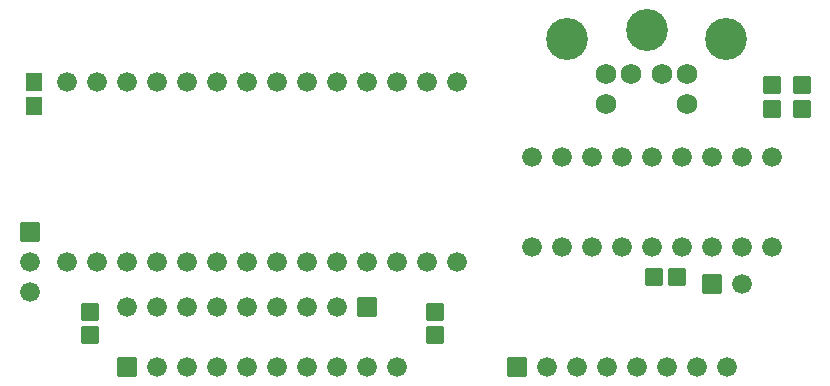
<source format=gts>
G04 Layer: TopSolderMaskLayer*
G04 EasyEDA v6.5.39, 2024-02-04 18:14:41*
G04 2f83d60dcc7a4208ae63cd86e36a5a3b,5509f98a9368439c9cde498926e245b9,10*
G04 Gerber Generator version 0.2*
G04 Scale: 100 percent, Rotated: No, Reflected: No *
G04 Dimensions in inches *
G04 leading zeros omitted , absolute positions ,3 integer and 6 decimal *
%FSLAX36Y36*%
%MOIN*%

%AMMACRO1*1,1,$1,$2,$3*1,1,$1,$4,$5*1,1,$1,0-$2,0-$3*1,1,$1,0-$4,0-$5*20,1,$1,$2,$3,$4,$5,0*20,1,$1,$4,$5,0-$2,0-$3,0*20,1,$1,0-$2,0-$3,0-$4,0-$5,0*20,1,$1,0-$4,0-$5,$2,$3,0*4,1,4,$2,$3,$4,$5,0-$2,0-$3,0-$4,0-$5,$2,$3,0*%
%ADD10C,0.0660*%
%ADD11MACRO1,0.004X-0.031X0.031X0.031X0.031*%
%ADD12MACRO1,0.004X0.031X0.031X0.031X-0.031*%
%ADD13MACRO1,0.004X-0.0266X0.0278X0.0266X0.0278*%
%ADD14MACRO1,0.004X-0.0266X-0.0278X0.0266X-0.0278*%
%ADD15R,0.0572X0.0595*%
%ADD16MACRO1,0.004X0.0278X0.0266X0.0278X-0.0266*%
%ADD17MACRO1,0.004X-0.0278X0.0266X-0.0278X-0.0266*%
%ADD18C,0.0690*%
%ADD19C,0.1398*%
%ADD20MACRO1,0.004X0.031X-0.0315X-0.031X-0.0315*%

%LPD*%
D10*
G01*
X2650000Y500000D03*
G01*
X2550000Y500000D03*
G01*
X2450000Y500000D03*
G01*
X2350000Y500000D03*
G01*
X2250000Y500000D03*
G01*
X2150000Y500000D03*
G01*
X2050000Y500000D03*
G01*
X1950000Y500000D03*
G01*
X1850000Y500000D03*
G01*
X1850000Y800000D03*
G01*
X1950000Y800000D03*
G01*
X2050000Y800000D03*
G01*
X2150000Y800000D03*
G01*
X2250000Y800000D03*
G01*
X2350000Y800000D03*
G01*
X2450000Y800000D03*
G01*
X2550000Y800000D03*
G01*
X2650000Y800000D03*
G01*
X300000Y1050000D03*
G01*
X400000Y1050000D03*
G01*
X500000Y1050000D03*
G01*
X600000Y1050000D03*
G01*
X700000Y1050000D03*
G01*
X800000Y1050000D03*
G01*
X900060Y1050000D03*
G01*
X1000000Y1050000D03*
G01*
X1100000Y1050000D03*
G01*
X1200000Y1050000D03*
G01*
X1300000Y1050000D03*
G01*
X1400000Y1050000D03*
G01*
X1500000Y1050000D03*
G01*
X1600000Y1050000D03*
G01*
X1600000Y450000D03*
G01*
X1500000Y450000D03*
G01*
X1400000Y450000D03*
G01*
X1300000Y450000D03*
G01*
X1200000Y450000D03*
G01*
X1100000Y450000D03*
G01*
X1000000Y450000D03*
G01*
X900000Y450000D03*
G01*
X800000Y450000D03*
G01*
X700000Y450000D03*
G01*
X600000Y450000D03*
G01*
X500000Y450000D03*
G01*
X400000Y450000D03*
G01*
X300000Y450000D03*
G01*
X1000000Y100000D03*
D11*
G01*
X500000Y100000D03*
D10*
G01*
X600000Y100000D03*
G01*
X700000Y100000D03*
G01*
X800000Y100000D03*
G01*
X900000Y100000D03*
G01*
X1100000Y100000D03*
G01*
X1200000Y100000D03*
G01*
X1300000Y100000D03*
G01*
X1400000Y100000D03*
D11*
G01*
X1800000Y100000D03*
D10*
G01*
X1900000Y100000D03*
G01*
X2000000Y100000D03*
G01*
X2100000Y100000D03*
G01*
X2200000Y100000D03*
G01*
X2300000Y100000D03*
G01*
X2400000Y100000D03*
G01*
X2500000Y100000D03*
G01*
X175000Y350000D03*
G01*
X175000Y450000D03*
D12*
G01*
X175000Y550000D03*
D13*
G01*
X1525000Y205628D03*
D14*
G01*
X1525000Y284371D03*
D13*
G01*
X375000Y205628D03*
D14*
G01*
X375000Y284371D03*
D15*
G01*
X190000Y1049369D03*
G01*
X190000Y970630D03*
D16*
G01*
X2255628Y400000D03*
D17*
G01*
X2334371Y400000D03*
D18*
G01*
X2180000Y1075000D03*
G01*
X2282359Y1075000D03*
G01*
X2097319Y1075000D03*
G01*
X2365039Y1075000D03*
G01*
X2097319Y976579D03*
G01*
X2365039Y976579D03*
D19*
G01*
X1965429Y1193110D03*
G01*
X2231180Y1224609D03*
G01*
X2496930Y1193110D03*
D11*
G01*
X2450000Y375000D03*
D10*
G01*
X2550000Y375000D03*
D14*
G01*
X2650000Y1039371D03*
D13*
G01*
X2650000Y960628D03*
D14*
G01*
X2750000Y1039371D03*
D13*
G01*
X2750000Y960628D03*
D20*
G01*
X1300000Y300000D03*
D10*
G01*
X1200000Y300000D03*
G01*
X1100000Y300000D03*
G01*
X1000000Y300000D03*
G01*
X900000Y300000D03*
G01*
X800000Y300000D03*
G01*
X700000Y300000D03*
G01*
X600000Y300000D03*
G01*
X500000Y300000D03*
M02*

</source>
